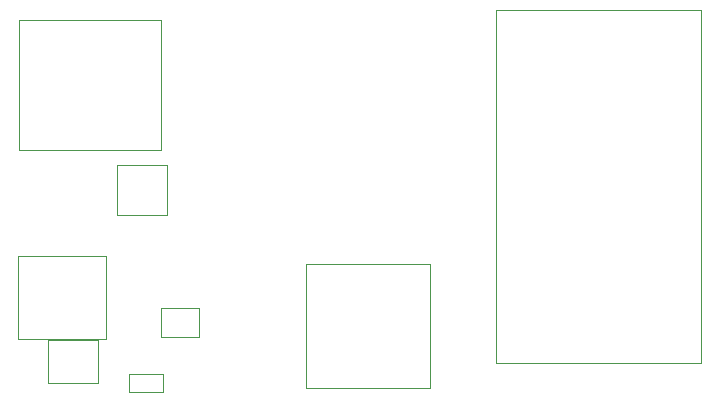
<source format=gbr>
G04 DesignSpark PCB Gerber Version 9.0 Build 5115 *
%FSLAX35Y35*%
%MOIN*%
%ADD121C,0.00197*%
%ADD12C,0.00394*%
X0Y0D02*
D02*
D12*
X117081Y69148D02*
X146608D01*
Y41589*
X117081*
Y69148*
X117671Y104581D02*
Y147888D01*
X164915*
Y104581*
X117671*
X344935Y151411D02*
Y33537D01*
X276431*
Y151411*
X344935*
D02*
D121*
X127327Y41205D02*
X143862D01*
Y27031*
X127327*
Y41205*
X154037Y29821D02*
X165652D01*
Y23915*
X154037*
Y29821*
X166793Y82931D02*
X150061D01*
Y99663*
X166793*
Y82931*
X177474Y42179D02*
X164679D01*
Y52022*
X177474*
Y42179*
X213242Y25348D02*
Y66490D01*
X254384*
Y25348*
X213242*
X0Y0D02*
M02*

</source>
